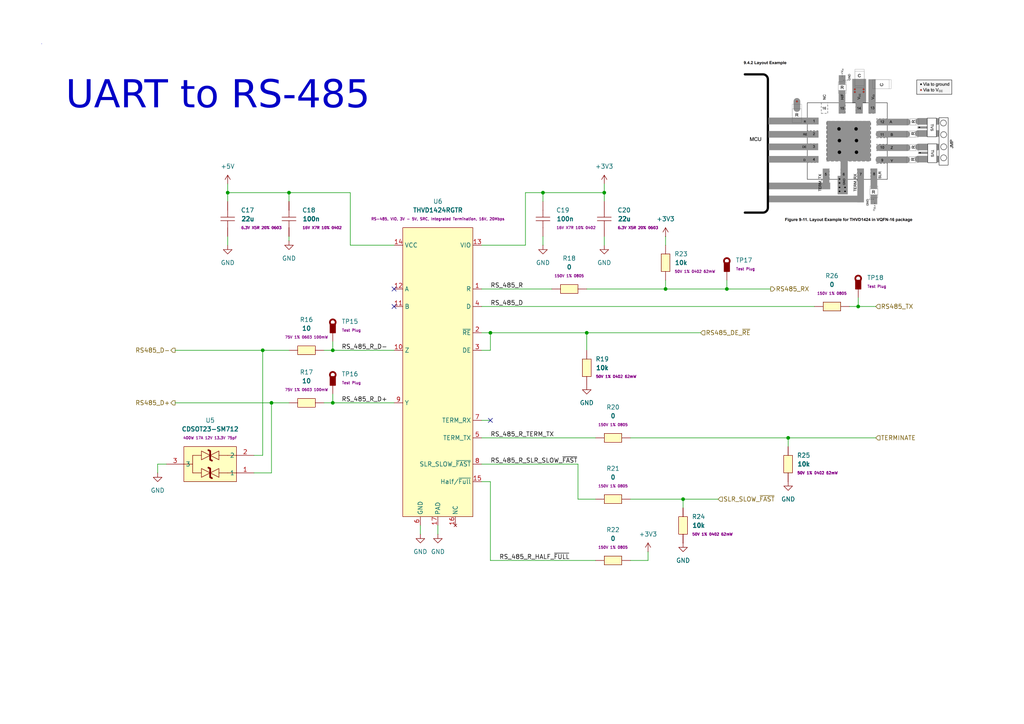
<source format=kicad_sch>
(kicad_sch (version 20231120) (generator "eeschema") (generator_version "8.0")
  (paper "A4")
  (title_block (title "AstraControl - UART to RS-485") (date "2024-08-26") (rev "A") (company "LiveAstra Technologies"))
  (lib_symbols
    (symbol "LiveAstra:C_100nF_X7R_0402" (pin_numbers hide) (pin_names hide)
      (property "Reference" "C" (at 0 8.89 0))
      (property "Value" "100n" (at 0 6.35 0))
      (property "Extra Values" "16V X7R 10% 0402" (at 0 3.81 0))
      (symbol "C_100nF_X7R_0402_0_1"
        (polyline (pts (xy -2.54 0) (xy -0.51 0)))
        (polyline (pts (xy -0.51 2.03) (xy -0.51 -2.03)))
        (polyline (pts (xy 0.51 0) (xy 2.54 0)))
        (polyline (pts (xy 0.51 2.03) (xy 0.51 -2.03)))
      )
      (symbol "C_100nF_X7R_0402_1_1"
        (pin passive line (at -5.08 0 0) (length 2.54) (name "1") (number "1"))
        (pin passive line (at 5.08 0 180) (length 2.54) (name "2") (number "2"))
      )
    )
    (symbol "LiveAstra:C_22uF_X5R_0603" (pin_numbers hide) (pin_names hide)
      (property "Reference" "C" (at 0 8.89 0))
      (property "Value" "22u" (at 0 6.35 0))
      (property "Extra Values" "6.3V X5R 20% 0603" (at 0 3.81 0))
      (symbol "C_22uF_X5R_0603_0_1"
        (polyline (pts (xy -0.51 -2.03) (xy -0.51 2.03)))
        (polyline (pts (xy -0.51 0) (xy -2.54 0)))
        (polyline (pts (xy 0.51 2.03) (xy 0.51 -2.03)))
        (polyline (pts (xy 2.54 0) (xy 0.51 0)))
      )
      (symbol "C_22uF_X5R_0603_1_1"
        (pin passive line (at -5.08 0 0) (length 2.54) (name "1") (number "1"))
        (pin passive line (at 5.08 0 180) (length 2.54) (name "2") (number "2"))
      )
    )
    (symbol "LiveAstra:D_TVS_CDSOT23_SM712_BIDI_ARRAY_400W"
      (property "Reference" "U" (at 0 11.43 0))
      (property "Value" "CDSOT23-SM712" (at 0 8.89 0))
      (property "Extra Values" "400W 17A 12V 13.3V 75pF" (at 0 6.35 0))
      (symbol "D_TVS_CDSOT23_SM712_BIDI_ARRAY_400W_0_1"
        (polyline (pts (xy -7.62 -2.54) (xy -5.08 -2.54)))
        (polyline (pts (xy -7.62 2.54) (xy -5.08 2.54)))
        (polyline (pts (xy -2.54 -2.54) (xy -5.08 -2.54)))
        (polyline (pts (xy -2.54 2.54) (xy -5.08 2.54)))
        (polyline (pts (xy 5.08 -2.54) (xy 2.54 -2.54)))
        (polyline (pts (xy 5.08 0) (xy 7.62 0)))
        (polyline (pts (xy 5.08 2.54) (xy 2.54 2.54)))
        (polyline (pts (xy 5.08 2.54) (xy 5.08 -2.54)))
        (polyline (pts (xy -2.54 -1.27) (xy 0 -2.54) (xy -2.54 -3.81) (xy -2.54 -1.27)) (fill (type background)))
        (polyline (pts (xy -2.54 3.81) (xy 0 2.54) (xy -2.54 1.27) (xy -2.54 3.81)) (fill (type background)))
        (polyline (pts (xy 2.54 -1.27) (xy 0 -2.54) (xy 2.54 -3.81) (xy 2.54 -1.27)) (fill (type background)))
        (polyline (pts (xy 2.54 3.81) (xy 0 2.54) (xy 2.54 1.27) (xy 2.54 3.81)) (fill (type background)))
        (polyline (pts (xy -7.62 5.08) (xy 7.62 5.08) (xy 7.62 -5.08) (xy -7.62 -5.08) (xy -7.62 5.08)) (fill (type background)))
      )
      (symbol "D_TVS_CDSOT23_SM712_BIDI_ARRAY_400W_1_1"
        (polyline (pts (xy -0.51 -1.02) (xy -0.51 -1.02) (xy 0 -1.27) (xy 0 -3.81) (xy 0.51 -4.06) (xy 0.51 -4.06)) (stroke (width 0.508)))
        (polyline (pts (xy -0.51 4.06) (xy -0.51 4.06) (xy 0 3.81) (xy 0 1.27) (xy 0.51 1.02) (xy 0.51 1.02)) (stroke (width 0.508)))
        (pin passive line (at -12.7 2.54 0) (length 5.08) (name "1") (number "1"))
        (pin passive line (at -12.7 -2.54 0) (length 5.08) (name "2") (number "2"))
        (pin power_in line (at 12.7 0 180) (length 5.08) (name "3") (number "3"))
      )
    )
    (symbol "LiveAstra:R_0Ohm_0805_125mW" (pin_numbers hide) (pin_names hide)
      (property "Reference" "R" (at 0 7.62 0))
      (property "Value" "0" (at 0 5.08 0))
      (property "Extra Values" "150V 1% 0805" (at 0 2.54 0))
      (symbol "R_0Ohm_0805_125mW_0_1"
        (rectangle (start -2.54 1.27) (end 2.54 -1.27) (fill (type background)))
      )
      (symbol "R_0Ohm_0805_125mW_1_1"
        (pin passive line (at -5.08 0 0) (length 2.54) (name "1") (number "1"))
        (pin passive line (at 5.08 0 180) (length 2.54) (name "2") (number "2"))
      )
    )
    (symbol "LiveAstra:R_10Ohm_0603_100mW" (pin_numbers hide) (pin_names hide)
      (property "Reference" "R" (at 0 7.62 0))
      (property "Value" "10" (at 0 5.08 0))
      (property "Extra Values" "75V 1% 0603 100mW" (at 0 2.54 0))
      (symbol "R_10Ohm_0603_100mW_0_1"
        (rectangle (start -2.54 1.27) (end 2.54 -1.27) (fill (type background)))
      )
      (symbol "R_10Ohm_0603_100mW_1_1"
        (pin passive line (at -5.08 0 0) (length 2.54) (name "1") (number "1"))
        (pin passive line (at 5.08 0 180) (length 2.54) (name "2") (number "2"))
      )
    )
    (symbol "LiveAstra:R_10kOhm_0402_62mW" (pin_numbers hide) (pin_names hide)
      (property "Reference" "R" (at 0 7.62 0))
      (property "Value" "10k" (at 0 5.08 0))
      (property "Extra Values" "50V 1% 0402 62mW" (at 0 2.54 0))
      (symbol "R_10kOhm_0402_62mW_0_1"
        (rectangle (start -2.54 1.27) (end 2.54 -1.27) (fill (type background)))
      )
      (symbol "R_10kOhm_0402_62mW_1_1"
        (pin passive line (at -5.08 0 0) (length 2.54) (name "1") (number "1"))
        (pin passive line (at 5.08 0 180) (length 2.54) (name "2") (number "2"))
      )
    )
    (symbol "LiveAstra:TestPoint_Thimble" (pin_numbers hide) (pin_names hide) (in_bom no)
      (property "Reference" "TP" (at 0 9.5043 0))
      (property "Extra Values" "Test Plug" (at 0 7.62 0))
      (symbol "TestPoint_Thimble_1_1"
        (rectangle (start -0.762 5.08) (end 0.762 2.54) (stroke (width 0.254)) (fill (type outline)))
        (arc (start 0.508 4.9323) (mid 0 6.4175) (end -0.508 4.9323) (stroke (width 0.508)))
        (pin passive line (at 0 0 90) (length 2.54) (name "1") (number "1"))
      )
    )
    (symbol "LiveAstra:U_THVD1424RGTR_RS485_Transceiver_VQFN16"
      (property "Reference" "U" (at 0 20.32 0))
      (property "Value" "THVD1424RGTR" (at 0 17.78 0))
      (property "Extra Values" "RS-485, VIO, 3V - 5V, SRC, Integrated Termination, 16V, 20Mbps" (at 0 15.24 0))
      (symbol "U_THVD1424RGTR_RS485_Transceiver_VQFN16_0_1"
        (rectangle (start -10.16 12.7) (end 10.16 -71.12) (fill (type background)))
      )
      (symbol "U_THVD1424RGTR_RS485_Transceiver_VQFN16_1_1"
        (pin output line (at 12.7 -5.08 180) (length 2.54) (name "R") (number "1"))
        (pin bidirectional line (at -12.7 -22.86 0) (length 2.54) (name "Z") (number "10"))
        (pin bidirectional line (at -12.7 -10.16 0) (length 2.54) (name "B") (number "11"))
        (pin bidirectional line (at -12.7 -5.08 0) (length 2.54) (name "A") (number "12"))
        (pin power_in line (at 12.7 7.62 180) (length 2.54) (name "VIO") (number "13"))
        (pin power_in line (at -12.7 7.62 0) (length 2.54) (name "VCC") (number "14"))
        (pin input line (at 12.7 -60.96 180) (length 2.54) (name "Half/~{Full}") (number "15"))
        (pin no_connect line (at 5.08 -73.66 90) (length 2.54) (name "NC") (number "16"))
        (pin power_in line (at 0 -73.66 90) (length 2.54) (name "PAD") (number "17"))
        (pin input line (at 12.7 -17.78 180) (length 2.54) (name "~{RE}") (number "2"))
        (pin input line (at 12.7 -22.86 180) (length 2.54) (name "DE") (number "3"))
        (pin input line (at 12.7 -10.16 180) (length 2.54) (name "D") (number "4"))
        (pin input line (at 12.7 -48.26 180) (length 2.54) (name "TERM_TX") (number "5"))
        (pin power_in line (at -5.08 -73.66 90) (length 2.54) (name "GND") (number "6"))
        (pin input line (at 12.7 -43.18 180) (length 2.54) (name "TERM_RX") (number "7"))
        (pin input line (at 12.7 -55.88 180) (length 2.54) (name "SLR_SLOW_~{FAST}") (number "8"))
        (pin bidirectional line (at -12.7 -38.1 0) (length 2.54) (name "Y") (number "9"))
      )
    )
    (symbol "power:+3V3" (power) (pin_numbers hide) (pin_names (offset 0) hide)
      (property "Value" "+3V3" (at 0 3.556 0))
      (symbol "+3V3_0_1"
        (polyline (pts (xy -0.762 1.27) (xy 0 2.54)))
        (polyline (pts (xy 0 0) (xy 0 2.54)))
        (polyline (pts (xy 0 2.54) (xy 0.762 1.27)))
      )
      (symbol "+3V3_1_1"
        (pin power_in line (at 0 0 90) (length 0) (name "~") (number "1"))
      )
    )
    (symbol "power:+5V" (power) (pin_numbers hide) (pin_names (offset 0) hide)
      (property "Value" "+5V" (at 0 3.556 0))
      (symbol "+5V_0_1"
        (polyline (pts (xy -0.762 1.27) (xy 0 2.54)))
        (polyline (pts (xy 0 0) (xy 0 2.54)))
        (polyline (pts (xy 0 2.54) (xy 0.762 1.27)))
      )
      (symbol "+5V_1_1"
        (pin power_in line (at 0 0 90) (length 0) (name "~") (number "1"))
      )
    )
    (symbol "power:GND" (power) (pin_numbers hide) (pin_names (offset 0) hide)
      (property "Value" "GND" (at 0 -3.81 0))
      (symbol "GND_0_1"
        (polyline (pts (xy 0 0) (xy 0 -1.27) (xy 1.27 -1.27) (xy 0 -2.54) (xy -1.27 -1.27) (xy 0 -1.27)))
      )
      (symbol "GND_1_1"
        (pin power_in line (at 0 0 270) (length 0) (name "~") (number "1"))
      )
    )
  )
  (junction (at 170.18 96.52))
  (junction (at 66.04 55.88))
  (junction (at 157.48 55.88))
  (junction (at 78.74 116.84))
  (junction (at 198.12 144.78))
  (junction (at 228.6 127))
  (junction (at 96.52 101.6))
  (junction (at 175.26 55.88))
  (junction (at 210.82 83.82))
  (junction (at 193.04 83.82))
  (junction (at 83.82 55.88))
  (junction (at 142.24 96.52))
  (junction (at 76.2 101.6))
  (junction (at 96.52 116.84))
  (junction (at 248.92 88.9))
  (no_connect (at 114.3 83.82))
  (no_connect (at 142.24 121.92))
  (no_connect (at 114.3 88.9))
  (wire (pts (xy 73.66 132.08) (xy 76.2 132.08)))
  (wire (pts (xy 248.92 86.36) (xy 248.92 88.9)))
  (wire (pts (xy 210.82 81.28) (xy 210.82 83.82)))
  (wire (pts (xy 45.72 137.16) (xy 45.72 134.62)))
  (wire (pts (xy 248.92 88.9) (xy 254 88.9)))
  (wire (pts (xy 76.2 101.6) (xy 83.82 101.6)))
  (wire (pts (xy 121.92 154.94) (xy 121.92 152.4)))
  (wire (pts (xy 96.52 116.84) (xy 114.3 116.84)))
  (wire (pts (xy 96.52 114.3) (xy 96.52 116.84)))
  (wire (pts (xy 139.7 139.7) (xy 142.24 139.7)))
  (wire (pts (xy 96.52 99.06) (xy 96.52 101.6)))
  (polyline (pts (xy 12.0708 12.6956) (xy 12.0748 12.6996)))
  (wire (pts (xy 93.98 101.6) (xy 96.52 101.6)))
  (wire (pts (xy 193.04 68.58) (xy 193.04 71.12)))
  (wire (pts (xy 78.74 116.84) (xy 83.82 116.84)))
  (wire (pts (xy 50.8 116.84) (xy 78.74 116.84)))
  (wire (pts (xy 228.6 129.54) (xy 228.6 127)))
  (wire (pts (xy 66.04 71.12) (xy 66.04 68.58)))
  (wire (pts (xy 127 154.94) (xy 127 152.4)))
  (wire (pts (xy 101.6 55.88) (xy 101.6 71.12)))
  (wire (pts (xy 152.4 55.88) (xy 152.4 71.12)))
  (wire (pts (xy 139.7 127) (xy 172.72 127)))
  (wire (pts (xy 228.6 127) (xy 254 127)))
  (wire (pts (xy 157.48 71.12) (xy 157.48 68.58)))
  (wire (pts (xy 142.24 101.6) (xy 139.7 101.6)))
  (wire (pts (xy 142.24 96.52) (xy 170.18 96.52)))
  (wire (pts (xy 78.74 116.84) (xy 78.74 137.16)))
  (wire (pts (xy 139.7 96.52) (xy 142.24 96.52)))
  (wire (pts (xy 175.26 55.88) (xy 175.26 58.42)))
  (wire (pts (xy 236.22 88.9) (xy 139.7 88.9)))
  (wire (pts (xy 142.24 162.56) (xy 142.24 139.7)))
  (wire (pts (xy 66.04 55.88) (xy 83.82 55.88)))
  (wire (pts (xy 182.88 144.78) (xy 198.12 144.78)))
  (wire (pts (xy 175.26 71.12) (xy 175.26 68.58)))
  (wire (pts (xy 66.04 55.88) (xy 66.04 58.42)))
  (wire (pts (xy 83.82 68.58) (xy 83.82 69.85)))
  (wire (pts (xy 73.66 137.16) (xy 78.74 137.16)))
  (wire (pts (xy 193.04 83.82) (xy 210.82 83.82)))
  (wire (pts (xy 170.18 101.6) (xy 170.18 96.52)))
  (wire (pts (xy 210.82 83.82) (xy 223.52 83.82)))
  (wire (pts (xy 142.24 121.92) (xy 139.7 121.92)))
  (wire (pts (xy 83.82 55.88) (xy 83.82 58.42)))
  (wire (pts (xy 175.26 53.34) (xy 175.26 55.88)))
  (wire (pts (xy 198.12 147.32) (xy 198.12 144.78)))
  (wire (pts (xy 66.04 53.34) (xy 66.04 55.88)))
  (wire (pts (xy 152.4 55.88) (xy 157.48 55.88)))
  (wire (pts (xy 139.7 83.82) (xy 160.02 83.82)))
  (wire (pts (xy 198.12 144.78) (xy 208.28 144.78)))
  (wire (pts (xy 187.96 160.02) (xy 187.96 162.56)))
  (wire (pts (xy 170.18 96.52) (xy 203.2 96.52)))
  (wire (pts (xy 167.64 144.78) (xy 172.72 144.78)))
  (wire (pts (xy 157.48 55.88) (xy 175.26 55.88)))
  (wire (pts (xy 170.18 83.82) (xy 193.04 83.82)))
  (wire (pts (xy 76.2 101.6) (xy 76.2 132.08)))
  (wire (pts (xy 93.98 116.84) (xy 96.52 116.84)))
  (wire (pts (xy 96.52 101.6) (xy 114.3 101.6)))
  (wire (pts (xy 152.4 71.12) (xy 139.7 71.12)))
  (wire (pts (xy 157.48 55.88) (xy 157.48 58.42)))
  (wire (pts (xy 167.64 134.62) (xy 139.7 134.62)))
  (wire (pts (xy 182.88 127) (xy 228.6 127)))
  (wire (pts (xy 167.64 144.78) (xy 167.64 134.62)))
  (wire (pts (xy 193.04 81.28) (xy 193.04 83.82)))
  (wire (pts (xy 182.88 162.56) (xy 187.96 162.56)))
  (wire (pts (xy 101.6 71.12) (xy 114.3 71.12)))
  (wire (pts (xy 83.82 55.88) (xy 101.6 55.88)))
  (wire (pts (xy 142.24 96.52) (xy 142.24 101.6)))
  (wire (pts (xy 45.72 134.62) (xy 48.26 134.62)))
  (wire (pts (xy 142.24 162.56) (xy 172.72 162.56)))
  (wire (pts (xy 50.8 101.6) (xy 76.2 101.6)))
  (wire (pts (xy 246.38 88.9) (xy 248.92 88.9)))
  (image (at 246.38 43.18) (scale 0.255954))
  (text "UART to RS-485" (at 19.05 25.4 0) (effects (font (size 8 8)) (justify left top)))
  (label "RS_485_R_HALF_~{FULL}" (at 144.78 162.56 0))
  (label "RS_485_R_D+" (at 99.06 116.84 0))
  (label "RS_485_R_SLR_SLOW_~{FAST}" (at 142.24 134.62 0))
  (label "RS_485_R_D-" (at 99.06 101.6 0))
  (label "RS_485_R_TERM_TX" (at 142.24 127 0))
  (label "RS_485_D" (at 142.24 88.9 0))
  (label "RS_485_R" (at 142.24 83.82 0))
  (hierarchical_label "RS485_D+" (shape output) (at 50.8 116.84 180))
  (hierarchical_label "TERMINATE" (shape input) (at 254 127 0))
  (hierarchical_label "RS485_TX" (shape input) (at 254 88.9 0))
  (hierarchical_label "SLR_SLOW_~{FAST}" (shape input) (at 208.28 144.78 0))
  (hierarchical_label "RS485_RX" (shape output) (at 223.52 83.82 0))
  (hierarchical_label "RS485_D-" (shape output) (at 50.8 101.6 180))
  (hierarchical_label "RS485_DE_~{RE}" (shape input) (at 203.2 96.52 0))
  (symbol (lib_id "LiveAstra:R_10kOhm_0402_62mW") (at 228.6 134.62 90) (unit 1)
    (property "Reference" "R25" (at 231.14 132.0799 90) (effects (justify right)))
    (property "Value" "10k" (at 231.14 134.62 90) (effects (font (bold yes)) (justify right)))
    (property "Footprint" "LiveAstra:R_0402_1005Metric" (effects (hide yes)))
    (property "Datasheet" "https://www.lcsc.com/product-detail/Chip-Resistor-Surface-Mount_UNI-ROYAL-Uniroyal-Elec-0402WGF1002TCE_C25744.html" (effects (hide yes)))
    (property "Description" "62.5mW Thick Film Resistors 50V ±100ppm/℃ ±1% 10kΩ 0402 Chip Resistor - Surface Mount ROHS" (effects (hide yes)))
    (property "LCSC Part" "C25744" (effects (hide yes)))
    (property "Extra Values" "50V 1% 0402 62mW" (at 231.14 137.1599 90) (effects (font (size 0.762 0.762) (bold yes)) (justify right)))
    (property "MPN" "0402WGF1002TCE" (effects (hide yes)))
    (property "MFN" "UNI-ROYAL(Uniroyal Elec)" (effects (hide yes)))
  )
  (symbol (lib_id "LiveAstra:R_10Ohm_0603_100mW") (at 88.9 116.84 0) (unit 1)
    (property "Reference" "R17" (at 88.9 107.95 0))
    (property "Value" "10" (at 88.9 110.49 0) (effects (font (bold yes))))
    (property "Footprint" "LiveAstra:R_0603_1608Metric" (effects (hide yes)))
    (property "Datasheet" "https://lcsc.com/product-detail/Chip-Resistor-Surface-Mount-UniOhm_10R-10R0-1_C22859.html" (effects (hide yes)))
    (property "Description" "100mW Thick Film Resistors 75V ±1% ±400ppm/℃ 10Ω 0603 Chip Resistor - Surface Mount ROHS" (effects (hide yes)))
    (property "LCSC Part" "C22859" (effects (hide yes)))
    (property "Extra Values" "75V 1% 0603 100mW" (at 88.9 113.03 0) (effects (font (size 0.762 0.762) (bold yes))))
    (property "MFN" "UNI-ROYAL(Uniroyal Elec)" (effects (hide yes)))
    (property "MPN" "0603WAF100JT5E" (effects (hide yes)))
  )
  (symbol (lib_id "LiveAstra:R_10kOhm_0402_62mW") (at 170.18 106.68 90) (unit 1)
    (property "Reference" "R19" (at 172.72 104.1399 90) (effects (justify right)))
    (property "Value" "10k" (at 172.72 106.68 90) (effects (font (bold yes)) (justify right)))
    (property "Footprint" "LiveAstra:R_0402_1005Metric" (effects (hide yes)))
    (property "Datasheet" "https://www.lcsc.com/product-detail/Chip-Resistor-Surface-Mount_UNI-ROYAL-Uniroyal-Elec-0402WGF1002TCE_C25744.html" (effects (hide yes)))
    (property "Description" "62.5mW Thick Film Resistors 50V ±100ppm/℃ ±1% 10kΩ 0402 Chip Resistor - Surface Mount ROHS" (effects (hide yes)))
    (property "LCSC Part" "C25744" (effects (hide yes)))
    (property "Extra Values" "50V 1% 0402 62mW" (at 172.72 109.2199 90) (effects (font (size 0.762 0.762) (bold yes)) (justify right)))
    (property "MPN" "0402WGF1002TCE" (effects (hide yes)))
    (property "MFN" "UNI-ROYAL(Uniroyal Elec)" (effects (hide yes)))
  )
  (symbol (lib_id "LiveAstra:R_0Ohm_0805_125mW") (at 177.8 144.78 0) (unit 1)
    (property "Reference" "R21" (at 177.8 135.89 0))
    (property "Value" "0" (at 177.8 138.43 0) (effects (font (bold yes))))
    (property "Footprint" "LiveAstra:R_0805_2012Metric_Pad1.20x1.40mm_HandSolder" (effects (hide yes)))
    (property "Datasheet" "https://lcsc.com/product-detail/Chip-Resistor-Surface-Mount-UniOhm_0R-0R0-1_C17477.html" (effects (hide yes)))
    (property "Description" "125mW Thick Film Resistors 150V ±800ppm/℃ ±1% 0Ω 0805 Chip Resistor - Surface Mount ROHS" (effects (hide yes)))
    (property "LCSC Part" "C17477" (effects (hide yes)))
    (property "Extra Values" "150V 1% 0805" (at 177.8 140.97 0) (effects (font (size 0.762 0.762) (bold yes))))
    (property "MFN" "UNI-ROYAL(Uniroyal Elec)" (effects (hide yes)))
    (property "MPN" "0805W8F0000T5E" (effects (hide yes)))
  )
  (symbol (lib_id "LiveAstra:C_100nF_X7R_0402") (at 83.82 63.5 90) (unit 1)
    (property "Reference" "C18" (at 87.63 60.9599 90) (effects (justify right)))
    (property "Value" "100n" (at 87.63 63.5 90) (effects (font (bold yes)) (justify right)))
    (property "Footprint" "LiveAstra:C_0402_1005Metric" (effects (hide yes)))
    (property "Datasheet" "https://www.lcsc.com/product-detail/Multilayer-Ceramic-Capacitors-MLCC-SMD-SMT_Samsung-Electro-Mechanics-CL05B104KO5NNNC_C1525.html" (effects (hide yes)))
    (property "Description" "16V 100nF X7R ±10% 0402 Multilayer Ceramic Capacitors MLCC - SMD/SMT ROHS" (effects (hide yes)))
    (property "LCSC Part" "C1525" (effects (hide yes)))
    (property "Extra Values" "16V X7R 10% 0402" (at 87.63 66.0399 90) (effects (font (size 0.762 0.762) (bold yes)) (justify right)))
    (property "MFN" "Samsung Electro-Mechanics" (effects (hide yes)))
    (property "MPN" "CL05B104KO5NNNC" (effects (hide yes)))
  )
  (symbol (lib_id "LiveAstra:TestPoint_Thimble") (at 210.82 81.28 0) (unit 1) (in_bom no)
    (property "Reference" "TP17" (at 213.36 75.4676 0) (effects (justify left)))
    (property "Value" "TestPoint_Thimble" (effects (hide yes)))
    (property "Footprint" "LiveAstra:TestPoint_Loop_D3.50mm_Drill0.9mm_Beaded" (effects (hide yes)))
    (property "Datasheet" "https://www.lcsc.com/product-detail/Thimble-Copper-Rod-Test-Ring_ronghe-RH-5000_C5277086.html" (effects (hide yes)))
    (property "Description" "Test Points / Test Rings ROHS" (effects (hide yes)))
    (property "LCSC Part" "C5277086" (effects (hide yes)))
    (property "Extra Values" "Test Plug" (at 213.36 78.0076 0) (effects (font (size 0.762 0.762) (bold yes)) (justify left)))
    (property "MFN" "ronghe" (effects (hide yes)))
    (property "MPN" "RH-5000" (effects (hide yes)))
  )
  (symbol (lib_id "power:GND") (at 175.26 71.12 0) (unit 1)
    (property "Reference" "#PWR052" (effects (hide yes)))
    (property "Value" "GND" (at 175.26 76.2 0))
    (property "Description" "Power symbol creates a global label with name \"GND\" , ground" (effects (hide yes)))
  )
  (symbol (lib_id "LiveAstra:R_10kOhm_0402_62mW") (at 193.04 76.2 90) (unit 1)
    (property "Reference" "R23" (at 195.58 73.6599 90) (effects (justify right)))
    (property "Value" "10k" (at 195.58 76.2 90) (effects (font (bold yes)) (justify right)))
    (property "Footprint" "LiveAstra:R_0402_1005Metric" (effects (hide yes)))
    (property "Datasheet" "https://www.lcsc.com/product-detail/Chip-Resistor-Surface-Mount_UNI-ROYAL-Uniroyal-Elec-0402WGF1002TCE_C25744.html" (effects (hide yes)))
    (property "Description" "62.5mW Thick Film Resistors 50V ±100ppm/℃ ±1% 10kΩ 0402 Chip Resistor - Surface Mount ROHS" (effects (hide yes)))
    (property "LCSC Part" "C25744" (effects (hide yes)))
    (property "Extra Values" "50V 1% 0402 62mW" (at 195.58 78.7399 90) (effects (font (size 0.762 0.762) (bold yes)) (justify right)))
    (property "MPN" "0402WGF1002TCE" (effects (hide yes)))
    (property "MFN" "UNI-ROYAL(Uniroyal Elec)" (effects (hide yes)))
  )
  (symbol (lib_id "LiveAstra:TestPoint_Thimble") (at 96.52 114.3 0) (unit 1) (in_bom no)
    (property "Reference" "TP16" (at 99.06 108.4876 0) (effects (justify left)))
    (property "Value" "TestPoint_Thimble" (effects (hide yes)))
    (property "Footprint" "LiveAstra:TestPoint_Loop_D3.50mm_Drill0.9mm_Beaded" (effects (hide yes)))
    (property "Datasheet" "https://www.lcsc.com/product-detail/Thimble-Copper-Rod-Test-Ring_ronghe-RH-5000_C5277086.html" (effects (hide yes)))
    (property "Description" "Test Points / Test Rings ROHS" (effects (hide yes)))
    (property "LCSC Part" "C5277086" (effects (hide yes)))
    (property "Extra Values" "Test Plug" (at 99.06 111.0276 0) (effects (font (size 0.762 0.762) (bold yes)) (justify left)))
    (property "MFN" "ronghe" (effects (hide yes)))
    (property "MPN" "RH-5000" (effects (hide yes)))
  )
  (symbol (lib_id "power:GND") (at 228.6 139.7 0) (unit 1)
    (property "Reference" "#PWR056" (effects (hide yes)))
    (property "Value" "GND" (at 228.6 144.78 0))
    (property "Description" "Power symbol creates a global label with name \"GND\" , ground" (effects (hide yes)))
  )
  (symbol (lib_id "LiveAstra:U_THVD1424RGTR_RS485_Transceiver_VQFN16") (at 127 78.74 0) (unit 1)
    (property "Reference" "U6" (at 127 58.42 0))
    (property "Value" "THVD1424RGTR" (at 127 60.96 0) (effects (font (bold yes))))
    (property "Footprint" "LiveAstra:U_THVD1424_RS485_VQFN_16" (effects (hide yes)))
    (property "Datasheet" "https://www.lcsc.com/product-detail/RS-485-RS-422-ICs_Texas-Instruments-THVD1424RGTR_C5359161.html" (effects (hide yes)))
    (property "Description" "THVD1424 3-V to 5.5-V RS-485 Transceiver With Slew Rate Control, Integrated 120-Ohm Switchable Termination Resistor and Duplex Switching" (effects (hide yes)))
    (property "LCSC Part" "C5359161" (effects (hide yes)))
    (property "MPN" "THVD1424RGTR" (effects (hide yes)))
    (property "MFN" "Texas Instruments" (effects (hide yes)))
    (property "Extra Values" "RS-485, VIO, 3V - 5V, SRC, Integrated Termination, 16V, 20Mbps" (at 127 63.5 0) (effects (font (size 0.762 0.762) (bold yes))))
  )
  (symbol (lib_id "LiveAstra:R_10kOhm_0402_62mW") (at 198.12 152.4 90) (unit 1)
    (property "Reference" "R24" (at 200.66 149.8599 90) (effects (justify right)))
    (property "Value" "10k" (at 200.66 152.4 90) (effects (font (bold yes)) (justify right)))
    (property "Footprint" "LiveAstra:R_0402_1005Metric" (effects (hide yes)))
    (property "Datasheet" "https://www.lcsc.com/product-detail/Chip-Resistor-Surface-Mount_UNI-ROYAL-Uniroyal-Elec-0402WGF1002TCE_C25744.html" (effects (hide yes)))
    (property "Description" "62.5mW Thick Film Resistors 50V ±100ppm/℃ ±1% 10kΩ 0402 Chip Resistor - Surface Mount ROHS" (effects (hide yes)))
    (property "LCSC Part" "C25744" (effects (hide yes)))
    (property "Extra Values" "50V 1% 0402 62mW" (at 200.66 154.9399 90) (effects (font (size 0.762 0.762) (bold yes)) (justify right)))
    (property "MPN" "0402WGF1002TCE" (effects (hide yes)))
    (property "MFN" "UNI-ROYAL(Uniroyal Elec)" (effects (hide yes)))
  )
  (symbol (lib_id "power:GND") (at 66.04 71.12 0) (unit 1)
    (property "Reference" "#PWR045" (effects (hide yes)))
    (property "Value" "GND" (at 66.04 76.2 0))
    (property "Description" "Power symbol creates a global label with name \"GND\" , ground" (effects (hide yes)))
  )
  (symbol (lib_id "LiveAstra:C_100nF_X7R_0402") (at 157.48 63.5 90) (unit 1)
    (property "Reference" "C19" (at 161.29 60.9599 90) (effects (justify right)))
    (property "Value" "100n" (at 161.29 63.5 90) (effects (font (bold yes)) (justify right)))
    (property "Footprint" "LiveAstra:C_0402_1005Metric" (effects (hide yes)))
    (property "Datasheet" "https://www.lcsc.com/product-detail/Multilayer-Ceramic-Capacitors-MLCC-SMD-SMT_Samsung-Electro-Mechanics-CL05B104KO5NNNC_C1525.html" (effects (hide yes)))
    (property "Description" "16V 100nF X7R ±10% 0402 Multilayer Ceramic Capacitors MLCC - SMD/SMT ROHS" (effects (hide yes)))
    (property "LCSC Part" "C1525" (effects (hide yes)))
    (property "Extra Values" "16V X7R 10% 0402" (at 161.29 66.0399 90) (effects (font (size 0.762 0.762) (bold yes)) (justify right)))
    (property "MFN" "Samsung Electro-Mechanics" (effects (hide yes)))
    (property "MPN" "CL05B104KO5NNNC" (effects (hide yes)))
  )
  (symbol (lib_id "power:+5V") (at 66.04 53.34 0) (unit 1)
    (property "Reference" "#PWR044" (effects (hide yes)))
    (property "Value" "+5V" (at 66.04 48.26 0))
    (property "Description" "Power symbol creates a global label with name \"+5V\"" (effects (hide yes)))
  )
  (symbol (lib_id "LiveAstra:R_0Ohm_0805_125mW") (at 177.8 127 0) (unit 1)
    (property "Reference" "R20" (at 177.8 118.11 0))
    (property "Value" "0" (at 177.8 120.65 0) (effects (font (bold yes))))
    (property "Footprint" "LiveAstra:R_0805_2012Metric_Pad1.20x1.40mm_HandSolder" (effects (hide yes)))
    (property "Datasheet" "https://lcsc.com/product-detail/Chip-Resistor-Surface-Mount-UniOhm_0R-0R0-1_C17477.html" (effects (hide yes)))
    (property "Description" "125mW Thick Film Resistors 150V ±800ppm/℃ ±1% 0Ω 0805 Chip Resistor - Surface Mount ROHS" (effects (hide yes)))
    (property "LCSC Part" "C17477" (effects (hide yes)))
    (property "Extra Values" "150V 1% 0805" (at 177.8 123.19 0) (effects (font (size 0.762 0.762) (bold yes))))
    (property "MFN" "UNI-ROYAL(Uniroyal Elec)" (effects (hide yes)))
    (property "MPN" "0805W8F0000T5E" (effects (hide yes)))
  )
  (symbol (lib_id "LiveAstra:R_0Ohm_0805_125mW") (at 241.3 88.9 0) (unit 1)
    (property "Reference" "R26" (at 241.3 80.01 0))
    (property "Value" "0" (at 241.3 82.55 0) (effects (font (bold yes))))
    (property "Footprint" "LiveAstra:R_0805_2012Metric_Pad1.20x1.40mm_HandSolder" (effects (hide yes)))
    (property "Datasheet" "https://lcsc.com/product-detail/Chip-Resistor-Surface-Mount-UniOhm_0R-0R0-1_C17477.html" (effects (hide yes)))
    (property "Description" "125mW Thick Film Resistors 150V ±800ppm/℃ ±1% 0Ω 0805 Chip Resistor - Surface Mount ROHS" (effects (hide yes)))
    (property "LCSC Part" "C17477" (effects (hide yes)))
    (property "Extra Values" "150V 1% 0805" (at 241.3 85.09 0) (effects (font (size 0.762 0.762) (bold yes))))
    (property "MFN" "UNI-ROYAL(Uniroyal Elec)" (effects (hide yes)))
    (property "MPN" "0805W8F0000T5E" (effects (hide yes)))
  )
  (symbol (lib_id "LiveAstra:C_22uF_X5R_0603") (at 175.26 63.5 90) (unit 1)
    (property "Reference" "C20" (at 179.07 60.9599 90) (effects (justify right)))
    (property "Value" "22u" (at 179.07 63.5 90) (effects (font (bold yes)) (justify right)))
    (property "Footprint" "LiveAstra:C_0603_1608Metric" (effects (hide yes)))
    (property "Datasheet" "https://lcsc.com/product-detail/Multilayer-Ceramic-Capacitors-MLCC-SMD-SMT_SAMSUNG_CL10A226MQ8NRNC_22uF-226-20-6-3V_C59461.html" (effects (hide yes)))
    (property "Description" "6.3V 22uF X5R ±20% 0603 Multilayer Ceramic Capacitors MLCC - SMD/SMT ROHS" (effects (hide yes)))
    (property "LCSC Part" "C59461" (effects (hide yes)))
    (property "Extra Values" "6.3V X5R 20% 0603" (at 179.07 66.0399 90) (effects (font (size 0.762 0.762) (bold yes)) (justify right)))
    (property "MPN" "CL10A226MQ8NRNC" (effects (hide yes)))
    (property "MFN" "Samsung Electro-Mechanics" (effects (hide yes)))
  )
  (symbol (lib_id "LiveAstra:TestPoint_Thimble") (at 248.92 86.36 0) (unit 1) (in_bom no)
    (property "Reference" "TP18" (at 251.46 80.5476 0) (effects (justify left)))
    (property "Value" "TestPoint_Thimble" (effects (hide yes)))
    (property "Footprint" "LiveAstra:TestPoint_Loop_D3.50mm_Drill0.9mm_Beaded" (effects (hide yes)))
    (property "Datasheet" "https://www.lcsc.com/product-detail/Thimble-Copper-Rod-Test-Ring_ronghe-RH-5000_C5277086.html" (effects (hide yes)))
    (property "Description" "Test Points / Test Rings ROHS" (effects (hide yes)))
    (property "LCSC Part" "C5277086" (effects (hide yes)))
    (property "Extra Values" "Test Plug" (at 251.46 83.0876 0) (effects (font (size 0.762 0.762) (bold yes)) (justify left)))
    (property "MFN" "ronghe" (effects (hide yes)))
    (property "MPN" "RH-5000" (effects (hide yes)))
  )
  (symbol (lib_id "power:+3V3") (at 175.26 53.34 0) (unit 1)
    (property "Reference" "#PWR051" (effects (hide yes)))
    (property "Value" "+3V3" (at 175.26 48.26 0))
    (property "Description" "Power symbol creates a global label with name \"+3V3\"" (effects (hide yes)))
  )
  (symbol (lib_id "power:GND") (at 198.12 157.48 0) (unit 1)
    (property "Reference" "#PWR055" (effects (hide yes)))
    (property "Value" "GND" (at 198.12 162.56 0))
    (property "Description" "Power symbol creates a global label with name \"GND\" , ground" (effects (hide yes)))
  )
  (symbol (lib_id "power:GND") (at 45.72 137.16 0) (unit 1)
    (property "Reference" "#PWR043" (effects (hide yes)))
    (property "Value" "GND" (at 45.72 142.24 0))
    (property "Description" "Power symbol creates a global label with name \"GND\" , ground" (effects (hide yes)))
  )
  (symbol (lib_id "LiveAstra:TestPoint_Thimble") (at 96.52 99.06 0) (unit 1) (in_bom no)
    (property "Reference" "TP15" (at 99.06 93.2476 0) (effects (justify left)))
    (property "Value" "TestPoint_Thimble" (effects (hide yes)))
    (property "Footprint" "LiveAstra:TestPoint_Loop_D3.50mm_Drill0.9mm_Beaded" (effects (hide yes)))
    (property "Datasheet" "https://www.lcsc.com/product-detail/Thimble-Copper-Rod-Test-Ring_ronghe-RH-5000_C5277086.html" (effects (hide yes)))
    (property "Description" "Test Points / Test Rings ROHS" (effects (hide yes)))
    (property "LCSC Part" "C5277086" (effects (hide yes)))
    (property "Extra Values" "Test Plug" (at 99.06 95.7876 0) (effects (font (size 0.762 0.762) (bold yes)) (justify left)))
    (property "MFN" "ronghe" (effects (hide yes)))
    (property "MPN" "RH-5000" (effects (hide yes)))
  )
  (symbol (lib_id "power:+3V3") (at 193.04 68.58 0) (unit 1)
    (property "Reference" "#PWR054" (effects (hide yes)))
    (property "Value" "+3V3" (at 193.04 63.5 0))
    (property "Description" "Power symbol creates a global label with name \"+3V3\"" (effects (hide yes)))
  )
  (symbol (lib_id "LiveAstra:R_10Ohm_0603_100mW") (at 88.9 101.6 0) (unit 1)
    (property "Reference" "R16" (at 88.9 92.71 0))
    (property "Value" "10" (at 88.9 95.25 0) (effects (font (bold yes))))
    (property "Footprint" "LiveAstra:R_0603_1608Metric" (effects (hide yes)))
    (property "Datasheet" "https://lcsc.com/product-detail/Chip-Resistor-Surface-Mount-UniOhm_10R-10R0-1_C22859.html" (effects (hide yes)))
    (property "Description" "100mW Thick Film Resistors 75V ±1% ±400ppm/℃ 10Ω 0603 Chip Resistor - Surface Mount ROHS" (effects (hide yes)))
    (property "LCSC Part" "C22859" (effects (hide yes)))
    (property "Extra Values" "75V 1% 0603 100mW" (at 88.9 97.79 0) (effects (font (size 0.762 0.762) (bold yes))))
    (property "MFN" "UNI-ROYAL(Uniroyal Elec)" (effects (hide yes)))
    (property "MPN" "0603WAF100JT5E" (effects (hide yes)))
  )
  (symbol (lib_id "power:GND") (at 170.18 111.76 0) (unit 1)
    (property "Reference" "#PWR050" (effects (hide yes)))
    (property "Value" "GND" (at 170.18 116.84 0))
    (property "Description" "Power symbol creates a global label with name \"GND\" , ground" (effects (hide yes)))
  )
  (symbol (lib_id "LiveAstra:C_22uF_X5R_0603") (at 66.04 63.5 90) (unit 1)
    (property "Reference" "C17" (at 69.85 60.9599 90) (effects (justify right)))
    (property "Value" "22u" (at 69.85 63.5 90) (effects (font (bold yes)) (justify right)))
    (property "Footprint" "LiveAstra:C_0603_1608Metric" (effects (hide yes)))
    (property "Datasheet" "https://lcsc.com/product-detail/Multilayer-Ceramic-Capacitors-MLCC-SMD-SMT_SAMSUNG_CL10A226MQ8NRNC_22uF-226-20-6-3V_C59461.html" (effects (hide yes)))
    (property "Description" "6.3V 22uF X5R ±20% 0603 Multilayer Ceramic Capacitors MLCC - SMD/SMT ROHS" (effects (hide yes)))
    (property "LCSC Part" "C59461" (effects (hide yes)))
    (property "Extra Values" "6.3V X5R 20% 0603" (at 69.85 66.0399 90) (effects (font (size 0.762 0.762) (bold yes)) (justify right)))
    (property "MPN" "CL10A226MQ8NRNC" (effects (hide yes)))
    (property "MFN" "Samsung Electro-Mechanics" (effects (hide yes)))
  )
  (symbol (lib_id "LiveAstra:D_TVS_CDSOT23_SM712_BIDI_ARRAY_400W") (at 60.96 134.62 180) (unit 1)
    (property "Reference" "U5" (at 60.96 121.92 0))
    (property "Value" "CDSOT23-SM712" (at 60.96 124.46 0) (effects (font (bold yes))))
    (property "Footprint" "LiveAstra:TVS_CDSOT23_SM712_RS485_SOT-23" (effects (hide yes)))
    (property "Datasheet" "https://lcsc.com/product-detail/Diodes-ESD_BOURNS-CDSOT23-SM712_C404012.html" (effects (hide yes)))
    (property "Description" "400W SOT-23 ESD and Surge Protection (TVS/ESD) ROHS" (effects (hide yes)))
    (property "LCSC Part" "C404012" (effects (hide yes)))
    (property "Extra Values" "400W 17A 12V 13.3V 75pF" (at 60.96 127 0) (effects (font (size 0.762 0.762) (bold yes))))
    (property "MPN" "CDSOT23-SM712" (effects (hide yes)))
    (property "MFN" "BOURNS" (effects (hide yes)))
  )
  (symbol (lib_id "LiveAstra:R_0Ohm_0805_125mW") (at 165.1 83.82 0) (unit 1)
    (property "Reference" "R18" (at 165.1 74.93 0))
    (property "Value" "0" (at 165.1 77.47 0) (effects (font (bold yes))))
    (property "Footprint" "LiveAstra:R_0805_2012Metric_Pad1.20x1.40mm_HandSolder" (effects (hide yes)))
    (property "Datasheet" "https://lcsc.com/product-detail/Chip-Resistor-Surface-Mount-UniOhm_0R-0R0-1_C17477.html" (effects (hide yes)))
    (property "Description" "125mW Thick Film Resistors 150V ±800ppm/℃ ±1% 0Ω 0805 Chip Resistor - Surface Mount ROHS" (effects (hide yes)))
    (property "LCSC Part" "C17477" (effects (hide yes)))
    (property "Extra Values" "150V 1% 0805" (at 165.1 80.01 0) (effects (font (size 0.762 0.762) (bold yes))))
    (property "MFN" "UNI-ROYAL(Uniroyal Elec)" (effects (hide yes)))
    (property "MPN" "0805W8F0000T5E" (effects (hide yes)))
  )
  (symbol (lib_id "power:GND") (at 83.82 69.85 0) (unit 1)
    (property "Reference" "#PWR046" (effects (hide yes)))
    (property "Value" "GND" (at 83.82 74.93 0))
    (property "Description" "Power symbol creates a global label with name \"GND\" , ground" (effects (hide yes)))
  )
  (symbol (lib_id "power:GND") (at 127 154.94 0) (unit 1)
    (property "Reference" "#PWR048" (effects (hide yes)))
    (property "Value" "GND" (at 127 160.02 0))
    (property "Description" "Power symbol creates a global label with name \"GND\" , ground" (effects (hide yes)))
  )
  (symbol (lib_id "power:+3V3") (at 187.96 160.02 0) (unit 1)
    (property "Reference" "#PWR053" (effects (hide yes)))
    (property "Value" "+3V3" (at 187.96 154.94 0))
    (property "Description" "Power symbol creates a global label with name \"+3V3\"" (effects (hide yes)))
  )
  (symbol (lib_id "power:GND") (at 121.92 154.94 0) (unit 1)
    (property "Reference" "#PWR047" (effects (hide yes)))
    (property "Value" "GND" (at 121.92 160.02 0))
    (property "Description" "Power symbol creates a global label with name \"GND\" , ground" (effects (hide yes)))
  )
  (symbol (lib_id "power:GND") (at 157.48 71.12 0) (unit 1)
    (property "Reference" "#PWR049" (effects (hide yes)))
    (property "Value" "GND" (at 157.48 76.2 0))
    (property "Description" "Power symbol creates a global label with name \"GND\" , ground" (effects (hide yes)))
  )
  (symbol (lib_id "LiveAstra:R_0Ohm_0805_125mW") (at 177.8 162.56 0) (unit 1)
    (property "Reference" "R22" (at 177.8 153.67 0))
    (property "Value" "0" (at 177.8 156.21 0) (effects (font (bold yes))))
    (property "Footprint" "LiveAstra:R_0805_2012Metric_Pad1.20x1.40mm_HandSolder" (effects (hide yes)))
    (property "Datasheet" "https://lcsc.com/product-detail/Chip-Resistor-Surface-Mount-UniOhm_0R-0R0-1_C17477.html" (effects (hide yes)))
    (property "Description" "125mW Thick Film Resistors 150V ±800ppm/℃ ±1% 0Ω 0805 Chip Resistor - Surface Mount ROHS" (effects (hide yes)))
    (property "LCSC Part" "C17477" (effects (hide yes)))
    (property "Extra Values" "150V 1% 0805" (at 177.8 158.75 0) (effects (font (size 0.762 0.762) (bold yes))))
    (property "MFN" "UNI-ROYAL(Uniroyal Elec)" (effects (hide yes)))
    (property "MPN" "0805W8F0000T5E" (effects (hide yes)))
  )
)
</source>
